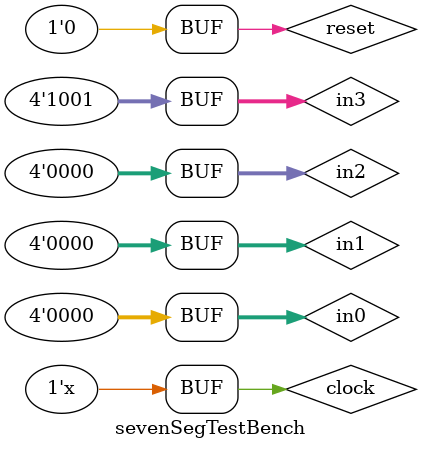
<source format=v>
`timescale 1ns / 1ps


module sevenSegTestBench(
    );
    reg clock, reset;       //default 1 bit
    reg[3:0] in0, in1, in2, in3;  //the 4 inputs for each display
    wire a, b, c, d, e, f, g, dp; //the individual LED output for the seven segment along with the digital point
    wire [3:0] an;   // the 4 bit enable signal

    sevenSegment1 UUT(clock, reset, in0, in1, in2, in3, a,b,c,d,e,f,g,dp,an);
    
    initial begin
        clock=0;
        reset=0;
        in0=0;
        in1=0;
        in2=0;
        in3=0;
        #100;
        in0=2;
        in1=0;
        in2=0;
        in3=0;
        #100;
        in0=0;
        in1=5;
        in2=0;
        in3=0;
        #100;
        in0=0;
        in1=0;
        in2=0;
        in3=9;
    end
    
    always begin
    #5 clock = -clock;
    end
    
endmodule

</source>
